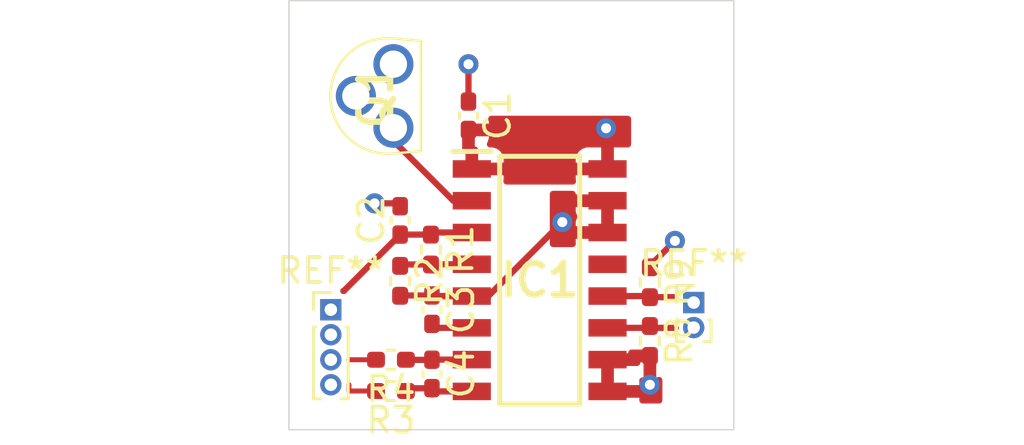
<source format=kicad_pcb>
(kicad_pcb (version 20211014) (generator pcbnew)
  (layers (0 "F.Cu" signal) (1 "In1.Cu" signal) (2 "In2.Cu" signal) (31 "B.Cu" signal) (34 "B.Paste" user) (35 "F.Paste" user) (36 "B.SilkS" user "B.Silkscreen") (37 "F.SilkS" user "F.Silkscreen") (38 "B.Mask" user) (39 "F.Mask" user) (44 "Edge.Cuts" user))
  (net 0 "")
  (net 1 "Net-(IC1-Pad2)")
  (net 2 "1v8")
  (net 3 "GND")
  (net 4 "Net-(IC1-Pad4)")
  (net 5 "S-")
  (net 6 "Net-(C4-Pad2)")
  (net 7 "S+")
  (net 8 "Net-(C4-Pad1)")
  (net 9 "/SCK")
  (net 10 "/DT")
  (net 11 "Net-(C3-Pad2)")
  (footprint "royale:R_0402_1005Metric_Pad0.72x0.64mm_HandSolder" (layer "F.Cu") (at 135.5225 100.165 180)
    (fp_text reference "R3" (at 0 -1.17) (layer "F.SilkS"))
    (fp_text value "100")
    (fp_line (start -0.167621 0.38) (end 0.167621 0.38) (layer "F.SilkS") (width 0.12))
    (fp_line (start -0.167621 -0.38) (end 0.167621 -0.38) (layer "F.SilkS") (width 0.12))
    (pad "1" smd roundrect locked (at -0.5975 0 180) (size 0.715 0.64) (layers "F.Cu" "F.Paste" "F.Mask") (net 6 "Net-(C4-Pad2)"))
    (pad "2" smd roundrect locked (at 0.5975 0 180) (size 0.715 0.64) (layers "F.Cu" "F.Paste" "F.Mask") (net 7 "S+"))
  )
  (footprint "royale:C_0402_1005Metric_Pad0.74x0.62mm_HandSolder" (layer "F.Cu") (at 137.16 99.4825 -90)
    (fp_text reference "C4" (at 0 -1.16 90) (layer "F.SilkS"))
    (fp_text value "0.1u")
    (fp_line (start -0.115835 -0.36) (end 0.115835 -0.36) (layer "F.SilkS") (width 0.12))
    (fp_line (start -0.115835 0.36) (end 0.115835 0.36) (layer "F.SilkS") (width 0.12))
    (pad "1" smd roundrect locked (at -0.5675 0 270) (size 0.735 0.62) (layers "F.Cu" "F.Paste" "F.Mask") (net 8 "Net-(C4-Pad1)"))
    (pad "2" smd roundrect locked (at 0.5675 0 270) (size 0.735 0.62) (layers "F.Cu" "F.Paste" "F.Mask") (net 6 "Net-(C4-Pad2)"))
  )
  (footprint "royale:R_0402_1005Metric_Pad0.72x0.64mm_HandSolder" (layer "F.Cu") (at 137.12 94.5125 -90)
    (fp_text reference "R1" (at 0 -1.17 90) (layer "F.SilkS"))
    (fp_text value "1k")
    (fp_line (start -0.167621 0.38) (end 0.167621 0.38) (layer "F.SilkS") (width 0.12))
    (fp_line (start -0.167621 -0.38) (end 0.167621 -0.38) (layer "F.SilkS") (width 0.12))
    (pad "1" smd roundrect locked (at -0.5975 0 270) (size 0.715 0.64) (layers "F.Cu" "F.Paste" "F.Mask") (net 2 "1v8"))
    (pad "2" smd roundrect locked (at 0.5975 0 270) (size 0.715 0.64) (layers "F.Cu" "F.Paste" "F.Mask") (net 4 "Net-(IC1-Pad4)"))
  )
  (footprint "royale:C_0402_1005Metric_Pad0.74x0.62mm_HandSolder" (layer "F.Cu") (at 135.89 93.3475 90)
    (fp_text reference "C2" (at 0 -1.16 90) (layer "F.SilkS"))
    (fp_text value "100u")
    (fp_line (start -0.115835 -0.36) (end 0.115835 -0.36) (layer "F.SilkS") (width 0.12))
    (fp_line (start -0.115835 0.36) (end 0.115835 0.36) (layer "F.SilkS") (width 0.12))
    (pad "1" smd roundrect locked (at -0.5675 0 90) (size 0.735 0.62) (layers "F.Cu" "F.Paste" "F.Mask") (net 2 "1v8"))
    (pad "2" smd roundrect locked (at 0.5675 0 90) (size 0.735 0.62) (layers "F.Cu" "F.Paste" "F.Mask") (net 3 "GND"))
  )
  (footprint "royale:R_0402_1005Metric_Pad0.72x0.64mm_HandSolder" (layer "F.Cu") (at 145.87 95.8175 -90)
    (fp_text reference "R9" (at 0 -1.17 90) (layer "F.SilkS"))
    (fp_text value "4k7")
    (fp_line (start -0.167621 0.38) (end 0.167621 0.38) (layer "F.SilkS") (width 0.12))
    (fp_line (start -0.167621 -0.38) (end 0.167621 -0.38) (layer "F.SilkS") (width 0.12))
    (pad "1" smd roundrect locked (at -0.5975 0 270) (size 0.715 0.64) (layers "F.Cu" "F.Paste" "F.Mask") (net 2 "1v8"))
    (pad "2" smd roundrect locked (at 0.5975 0 270) (size 0.715 0.64) (layers "F.Cu" "F.Paste" "F.Mask") (net 10 "/DT"))
  )
  (footprint "Connector_PinHeader_1.00mm:PinHeader_1x02_P1.00mm_Vertical" (layer "F.Cu") (at 147.62 96.63)
    (fp_text reference "REF**" (at 0 -1.56) (layer "F.SilkS"))
    (fp_text value "PinHeader_1x02_P1.00mm_Vertical")
    (fp_line (start -0.695 1.56) (end -0.394493 1.56) (layer "F.SilkS") (width 0.12))
    (fp_line (start 0.695 0.685) (end 0.695 1.56) (layer "F.SilkS") (width 0.12))
    (fp_line (start 0.394493 1.56) (end 0.695 1.56) (layer "F.SilkS") (width 0.12))
    (fp_line (start 0.608276 0.685) (end 0.695 0.685) (layer "F.SilkS") (width 0.12))
    (fp_line (start -0.695 0.685) (end -0.695 1.56) (layer "F.SilkS") (width 0.12))
    (fp_line (start -0.695 0.685) (end -0.608276 0.685) (layer "F.SilkS") (width 0.12))
    (fp_line (start -0.695 -0.685) (end 0 -0.685) (layer "F.SilkS") (width 0.12))
    (fp_line (start -0.695 0) (end -0.695 -0.685) (layer "F.SilkS") (width 0.12))
    (pad "1" thru_hole rect (at 0 0) (size 0.85 0.85) (drill 0.5) (layers *.Cu *.Mask))
    (pad "2" thru_hole oval (at 0 1) (size 0.85 0.85) (drill 0.5) (layers *.Cu *.Mask))
  )
  (footprint "Connector_PinHeader_1.00mm:PinHeader_1x04_P1.00mm_Vertical" (layer "F.Cu") (at 133.12 96.915)
    (fp_text reference "REF**" (at 0 -1.56) (layer "F.SilkS"))
    (fp_text value "PinHeader_1x04_P1.00mm_Vertical")
    (fp_line (start 0.695 0.685) (end 0.695 3.56) (layer "F.SilkS") (width 0.12))
    (fp_line (start -0.695 3.56) (end -0.394493 3.56) (layer "F.SilkS") (width 0.12))
    (fp_line (start -0.695 0) (end -0.695 -0.685) (layer "F.SilkS") (width 0.12))
    (fp_line (start 0.608276 0.685) (end 0.695 0.685) (layer "F.SilkS") (width 0.12))
    (fp_line (start 0.394493 3.56) (end 0.695 3.56) (layer "F.SilkS") (width 0.12))
    (fp_line (start -0.695 0.685) (end -0.695 3.56) (layer "F.SilkS") (width 0.12))
    (fp_line (start -0.695 0.685) (end -0.608276 0.685) (layer "F.SilkS") (width 0.12))
    (fp_line (start -0.695 -0.685) (end 0 -0.685) (layer "F.SilkS") (width 0.12))
    (pad "1" thru_hole rect (at 0 0) (size 0.85 0.85) (drill 0.5) (layers *.Cu *.Mask))
    (pad "2" thru_hole oval (at 0 1) (size 0.85 0.85) (drill 0.5) (layers *.Cu *.Mask))
    (pad "3" thru_hole oval (at 0 2) (size 0.85 0.85) (drill 0.5) (layers *.Cu *.Mask))
    (pad "4" thru_hole oval (at 0 3) (size 0.85 0.85) (drill 0.5) (layers *.Cu *.Mask))
  )
  (footprint "royale:R_0402_1005Metric_Pad0.72x0.64mm_HandSolder" (layer "F.Cu") (at 135.5225 98.915 180)
    (fp_text reference "R4" (at 0 -1.17) (layer "F.SilkS"))
    (fp_text value "100")
    (fp_line (start -0.167621 -0.38) (end 0.167621 -0.38) (layer "F.SilkS") (width 0.12))
    (fp_line (start -0.167621 0.38) (end 0.167621 0.38) (layer "F.SilkS") (width 0.12))
    (pad "1" smd roundrect locked (at -0.5975 0 180) (size 0.715 0.64) (layers "F.Cu" "F.Paste" "F.Mask") (net 8 "Net-(C4-Pad1)"))
    (pad "2" smd roundrect locked (at 0.5975 0 180) (size 0.715 0.64) (layers "F.Cu" "F.Paste" "F.Mask") (net 5 "S-"))
  )
  (footprint "royale:MJE13001TP" (layer "F.Cu") (at 135.62 89.645 90)
    (fp_text reference "Q1" (at 1.27 -0.709 90) (layer "F.SilkS") (effects (font (size 1.27 1.27) (thickness 0.254))))
    (fp_text value "S8550" hide)
    (fp_line (start 3.47 1.1) (end 3.57 0) (layer "F.SilkS") (width 0.1))
    (fp_line (start -1.03 0) (end -0.93 1.1) (layer "F.SilkS") (width 0.1))
    (fp_line (start 3.57 0) (end 3.57 0) (layer "F.SilkS") (width 0.1))
    (fp_line (start -0.93 1.1) (end 3.47 1.1) (layer "F.SilkS") (width 0.1))
    (fp_arc (start -1.030033 -0.000364) (mid 1.270183 -2.519022) (end 3.57 0) (layer "F.SilkS") (width 0.1))
    (pad "1" thru_hole circle (at 0 0 90) (size 1.6 1.6) (drill 1.09) (layers *.Cu *.Mask) (net 1 "Net-(IC1-Pad2)"))
    (pad "2" thru_hole circle (at 1.27 -1.5 90) (size 1.6 1.6) (drill 1.09) (layers *.Cu *.Mask) (net 2 "1v8"))
    (pad "3" thru_hole circle (at 2.54 0 90) (size 1.6 1.6) (drill 1.09) (layers *.Cu *.Mask) (net 2 "1v8"))
  )
  (footprint "royale:R_0402_1005Metric_Pad0.72x0.64mm_HandSolder" (layer "F.Cu") (at 135.89 95.7625 -90)
    (fp_text reference "R2" (at 0 -1.17 -270) (layer "F.SilkS"))
    (fp_text value "1k")
    (fp_line (start -0.167621 -0.38) (end 0.167621 -0.38) (layer "F.SilkS") (width 0.12))
    (fp_line (start -0.167621 0.38) (end 0.167621 0.38) (layer "F.SilkS") (width 0.12))
    (pad "1" smd roundrect locked (at -0.5975 0 270) (size 0.715 0.64) (layers "F.Cu" "F.Paste" "F.Mask") (net 4 "Net-(IC1-Pad4)"))
    (pad "2" smd roundrect locked (at 0.5975 0 270) (size 0.715 0.64) (layers "F.Cu" "F.Paste" "F.Mask") (net 3 "GND"))
  )
  (footprint "royale:C_0402_1005Metric_Pad0.74x0.62mm_HandSolder" (layer "F.Cu") (at 138.62 89.165 -90)
    (fp_text reference "C1" (at 0 -1.16 90) (layer "F.SilkS"))
    (fp_text value "10u")
    (fp_line (start -0.115835 0.36) (end 0.115835 0.36) (layer "F.SilkS") (width 0.12))
    (fp_line (start -0.115835 -0.36) (end 0.115835 -0.36) (layer "F.SilkS") (width 0.12))
    (pad "1" smd roundrect locked (at -0.5675 0 270) (size 0.735 0.62) (layers "F.Cu" "F.Paste" "F.Mask") (net 3 "GND"))
    (pad "2" smd roundrect locked (at 0.5675 0 270) (size 0.735 0.62) (layers "F.Cu" "F.Paste" "F.Mask") (net 2 "1v8"))
  )
  (footprint "royale:C_0402_1005Metric_Pad0.74x0.62mm_HandSolder" (layer "F.Cu") (at 137.16 96.915 -90)
    (fp_text reference "C3" (at 0 -1.16 90) (layer "F.SilkS"))
    (fp_text value "0.1u")
    (fp_line (start -0.115835 0.36) (end 0.115835 0.36) (layer "F.SilkS") (width 0.12))
    (fp_line (start -0.115835 -0.36) (end 0.115835 -0.36) (layer "F.SilkS") (width 0.12))
    (pad "1" smd roundrect locked (at -0.5675 0 270) (size 0.735 0.62) (layers "F.Cu" "F.Paste" "F.Mask") (net 3 "GND"))
    (pad "2" smd roundrect locked (at 0.5675 0 270) (size 0.735 0.62) (layers "F.Cu" "F.Paste" "F.Mask") (net 11 "Net-(C3-Pad2)"))
  )
  (footprint "royale:R_0402_1005Metric_Pad0.72x0.64mm_HandSolder" (layer "F.Cu") (at 145.87 98.165 -90)
    (fp_text reference "R8" (at 0 -1.17 90) (layer "F.SilkS"))
    (fp_text value "4k7")
    (fp_line (start -0.167621 0.38) (end 0.167621 0.38) (layer "F.SilkS") (width 0.12))
    (fp_line (start -0.167621 -0.38) (end 0.167621 -0.38) (layer "F.SilkS") (width 0.12))
    (pad "1" smd roundrect locked (at -0.5975 0 270) (size 0.715 0.64) (layers "F.Cu" "F.Paste" "F.Mask") (net 9 "/SCK"))
    (pad "2" smd roundrect locked (at 0.5975 0 270) (size 0.715 0.64) (layers "F.Cu" "F.Paste" "F.Mask") (net 3 "GND"))
  )
  (footprint "royale:SOIC127P600X160-16N" (layer "F.Cu") (at 141.465 95.736)
    (fp_text reference "IC1" (at 0 0) (layer "F.SilkS") (effects (font (size 1.27 1.27) (thickness 0.254))))
    (fp_text value "HX711" hide)
    (fp_line (start 1.6 -4.95) (end 1.6 4.95) (layer "F.SilkS") (width 0.2))
    (fp_line (start -3.475 -5.145) (end -1.95 -5.145) (layer "F.SilkS") (width 0.2))
    (fp_line (start 1.6 4.95) (end -1.6 4.95) (layer "F.SilkS") (width 0.2))
    (fp_line (start -1.6 -4.95) (end 1.6 -4.95) (layer "F.SilkS") (width 0.2))
    (fp_line (start -1.6 4.95) (end -1.6 -4.95) (layer "F.SilkS") (width 0.2))
    (pad "1" smd rect (at -2.712 -4.445 90) (size 0.7 1.525) (layers "F.Cu" "F.Paste" "F.Mask") (net 2 "1v8"))
    (pad "2" smd rect (at -2.712 -3.175 90) (size 0.7 1.525) (layers "F.Cu" "F.Paste" "F.Mask") (net 1 "Net-(IC1-Pad2)"))
    (pad "3" smd rect (at -2.712 -1.905 90) (size 0.7 1.525) (layers "F.Cu" "F.Paste" "F.Mask") (net 2 "1v8"))
    (pad "4" smd rect (at -2.712 -0.635 90) (size 0.7 1.525) (layers "F.Cu" "F.Paste" "F.Mask") (net 4 "Net-(IC1-Pad4)"))
    (pad "5" smd rect (at -2.712 0.635 90) (size 0.7 1.525) (layers "F.Cu" "F.Paste" "F.Mask") (net 3 "GND"))
    (pad "6" smd rect (at -2.712 1.905 90) (size 0.7 1.525) (layers "F.Cu" "F.Paste" "F.Mask") (net 11 "Net-(C3-Pad2)"))
    (pad "7" smd rect (at -2.712 3.175 90) (size 0.7 1.525) (layers "F.Cu" "F.Paste" "F.Mask") (net 8 "Net-(C4-Pad1)"))
    (pad "8" smd rect (at -2.712 4.445 90) (size 0.7 1.525) (layers "F.Cu" "F.Paste" "F.Mask") (net 6 "Net-(C4-Pad2)"))
    (pad "9" smd rect (at 2.712 4.445 90) (size 0.7 1.525) (layers "F.Cu" "F.Paste" "F.Mask") (net 3 "GND"))
    (pad "10" smd rect (at 2.712 3.175 90) (size 0.7 1.525) (layers "F.Cu" "F.Paste" "F.Mask") (net 3 "GND"))
    (pad "11" smd rect (at 2.712 1.905 90) (size 0.7 1.525) (layers "F.Cu" "F.Paste" "F.Mask") (net 9 "/SCK"))
    (pad "12" smd rect (at 2.712 0.635 90) (size 0.7 1.525) (layers "F.Cu" "F.Paste" "F.Mask") (net 10 "/DT"))
    (pad "13" smd rect (at 2.712 -0.635 90) (size 0.7 1.525) (layers "F.Cu" "F.Paste" "F.Mask"))
    (pad "14" smd rect (at 2.712 -1.905 90) (size 0.7 1.525) (layers "F.Cu" "F.Paste" "F.Mask") (net 3 "GND"))
    (pad "15" smd rect (at 2.712 -3.175 90) (size 0.7 1.525) (layers "F.Cu" "F.Paste" "F.Mask") (net 3 "GND"))
    (pad "16" smd rect (at 2.712 -4.445 90) (size 0.7 1.525) (layers "F.Cu" "F.Paste" "F.Mask") (net 2 "1v8"))
  )
  (gr_line (start 149.225 101.71) (end 131.445 101.71) (layer "Edge.Cuts") (width 0.05))
  (gr_line (start 131.445 84.565) (end 149.225 84.565) (layer "Edge.Cuts") (width 0.05))
  (gr_line (start 131.445 101.71) (end 131.445 84.565) (layer "Edge.Cuts") (width 0.05))
  (gr_line (start 149.225 84.565) (end 149.225 101.71) (layer "Edge.Cuts") (width 0.05))
  (segment (start 135.62 90.165) (end 138.016 92.561) (width 0.25) (layer "F.Cu") (net 1))
  (segment (start 138.016 92.561) (end 138.753 92.561) (width 0.25) (layer "F.Cu") (net 1))
  (segment (start 135.62 89.645) (end 135.62 90.165) (width 0.25) (layer "F.Cu") (net 1))
  (segment (start 137.12 93.915) (end 135.89 93.915) (width 0.25) (layer "F.Cu") (net 2))
  (segment (start 133.639511 96.165489) (end 133.62 96.165489) (width 0.25) (layer "F.Cu") (net 2))
  (segment (start 145.87 95.165) (end 146.87 94.165) (width 0.25) (layer "F.Cu") (net 2))
  (segment (start 138.753 93.831) (end 137.204 93.831) (width 0.25) (layer "F.Cu") (net 2))
  (segment (start 137.204 93.831) (end 137.12 93.915) (width 0.25) (layer "F.Cu") (net 2))
  (segment (start 135.89 93.915) (end 135.87 93.915) (width 0.25) (layer "F.Cu") (net 2))
  (segment (start 145.87 95.22) (end 145.87 95.165) (width 0.25) (layer "F.Cu") (net 2))
  (segment (start 135.89 93.915) (end 133.639511 96.165489) (width 0.25) (layer "F.Cu") (net 2))
  (via (at 144.12 89.665) (size 0.8) (drill 0.4) (layers "F.Cu" "B.Cu") (net 2))
  (via (at 146.87 94.165) (size 0.8) (drill 0.4) (layers "F.Cu" "B.Cu") (net 2))
  (segment (start 138.753 96.371) (end 137.419 96.371) (width 0.25) (layer "F.Cu") (net 3))
  (segment (start 134.965 92.665) (end 135.89 92.665) (width 0.25) (layer "F.Cu") (net 3))
  (segment (start 139.414 96.371) (end 142.37 93.415) (width 0.25) (layer "F.Cu") (net 3))
  (segment (start 138.753 96.371) (end 139.414 96.371) (width 0.25) (layer "F.Cu") (net 3))
  (segment (start 137.536 96.371) (end 138.753 96.371) (width 0.25) (layer "F.Cu") (net 3))
  (segment (start 144.193 100.165) (end 144.177 100.181) (width 0.25) (layer "F.Cu") (net 3))
  (segment (start 138.62 88.375) (end 138.62 87.105) (width 0.25) (layer "F.Cu") (net 3))
  (segment (start 135.9575 96.3475) (end 135.89 96.415) (width 0.25) (layer "F.Cu") (net 3))
  (segment (start 137.16 96.3475) (end 135.9575 96.3475) (width 0.25) (layer "F.Cu") (net 3))
  (via (at 134.87 92.665) (size 0.8) (drill 0.4) (layers "F.Cu" "B.Cu") (net 3))
  (via (at 142.37 93.415) (size 0.8) (drill 0.4) (layers "F.Cu" "B.Cu") (net 3))
  (via (at 138.62 87.105) (size 0.8) (drill 0.4) (layers "F.Cu" "B.Cu") (net 3))
  (via (at 145.87 99.915) (size 0.8) (drill 0.4) (layers "F.Cu" "B.Cu") (net 3))
  (segment (start 137.129 95.101) (end 137.12 95.11) (width 0.25) (layer "F.Cu") (net 4))
  (segment (start 138.753 95.101) (end 137.129 95.101) (width 0.25) (layer "F.Cu") (net 4))
  (segment (start 137.12 95.11) (end 136 95.11) (width 0.25) (layer "F.Cu") (net 4))
  (segment (start 136 95.11) (end 135.89 95.22) (width 0.25) (layer "F.Cu") (net 4))
  (segment (start 134.925 98.915) (end 133.844511 98.915) (width 0.2) (layer "F.Cu") (net 5))
  (segment (start 137.284 100.181) (end 137.16 100.305) (width 0.25) (layer "F.Cu") (net 6))
  (segment (start 137.16 100.055) (end 136.0375 100.055) (width 0.25) (layer "F.Cu") (net 6))
  (segment (start 138.753 100.181) (end 137.284 100.181) (width 0.25) (layer "F.Cu") (net 6))
  (segment (start 134.925 100.165) (end 133.844511 100.165) (width 0.2) (layer "F.Cu") (net 7))
  (segment (start 133.844511 100.165) (end 133.844511 99.915) (width 0.2) (layer "F.Cu") (net 7))
  (segment (start 137.16 98.92) (end 135.89 98.92) (width 0.25) (layer "F.Cu") (net 8))
  (segment (start 138.753 98.911) (end 137.419 98.911) (width 0.25) (layer "F.Cu") (net 8))
  (segment (start 144.177 97.641) (end 146.90603 97.641) (width 0.25) (layer "F.Cu") (net 9))
  (segment (start 144.177 96.371) (end 145.791 96.371) (width 0.25) (layer "F.Cu") (net 10))
  (segment (start 145.87 96.415) (end 146.870489 96.415) (width 0.25) (layer "F.Cu") (net 10))
  (segment (start 138.753 97.641) (end 137.284 97.641) (width 0.25) (layer "F.Cu") (net 11))
  (zone (net 2) (net_name "1v8") (layer "F.Cu") (connect_pads (clearance 0.508)) (min_thickness 0.254) (fill yes (thermal_gap 0.508) (thermal_bridge_width 0.508))
    (polygon (pts (xy 145.12 91.915) (xy 137.87 91.915) (xy 137.87 89.165) (xy 145.12 89.165)))
  )
  (zone (net 3) (net_name "GND") (layer "F.Cu") (connect_pads (clearance 0.508)) (min_thickness 0.254) (fill yes (thermal_gap 0.508) (thermal_bridge_width 0.508))
    (polygon (pts (xy 144.87 94.415) (xy 141.87 94.415) (xy 141.87 92.165) (xy 144.87 92.165)))
  )
  (zone (net 3) (net_name "GND") (layer "F.Cu") (connect_pads (clearance 0.508)) (min_thickness 0.254) (fill yes (thermal_gap 0.508) (thermal_bridge_width 0.508))
    (polygon (pts (xy 146.37 100.665) (xy 143.37 100.665) (xy 143.37 98.415) (xy 146.37 98.415)))
  )
)
</source>
